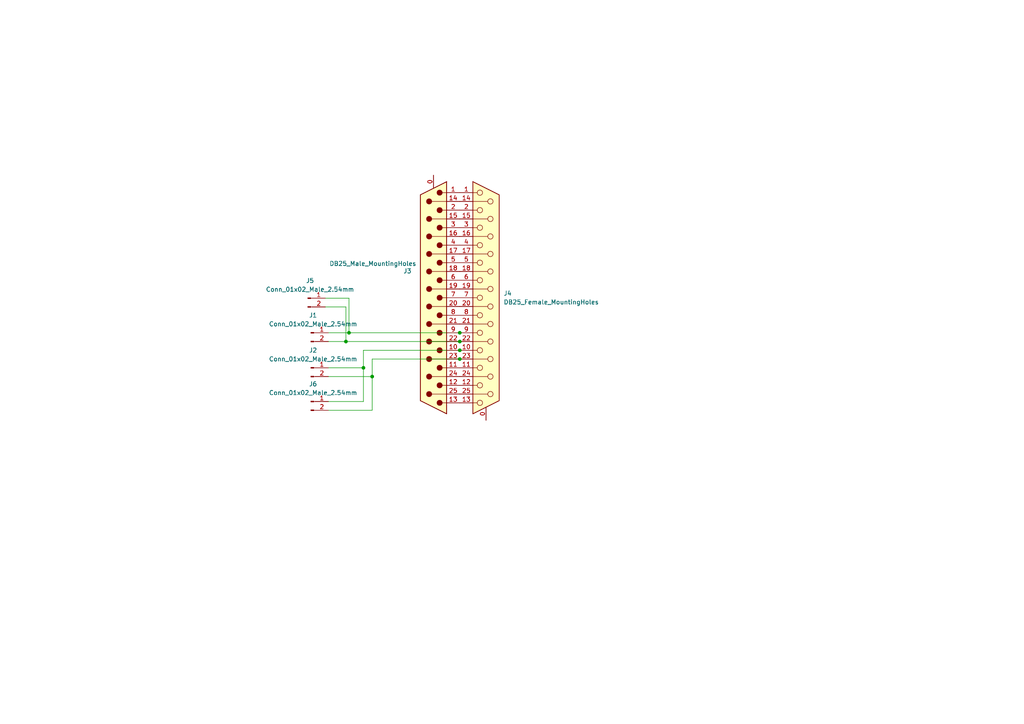
<source format=kicad_sch>
(kicad_sch (version 20211123) (generator eeschema)
  (paper "A4")
  (lib_symbols
    (symbol "0JLC-6:Conn_01x02_Male_2.54mm" (pin_names (offset 1.016) hide)
      (property "Reference" "J" (at 0 2.54 0))
      (property "Value" "Conn_01x02_Male_2.54mm" (at 0 -5.08 0))
      (symbol "Conn_01x02_Male_2.54mm_1_1"
        (polyline (pts (xy 1.27 -2.54) (xy 0.8636 -2.54)) (stroke (width 0.1524)))
        (polyline (pts (xy 1.27 0) (xy 0.8636 0)) (stroke (width 0.1524)))
        (rectangle (start 0.8636 -2.413) (end 0 -2.667) (stroke (width 0.1524)) (fill (type outline)))
        (rectangle (start 0.8636 0.127) (end 0 -0.127) (stroke (width 0.1524)) (fill (type outline)))
        (pin passive line (at 5.08 0 180) (length 3.81) (name "Pin_1") (number "1"))
        (pin passive line (at 5.08 -2.54 180) (length 3.81) (name "Pin_2") (number "2"))
      )
    )
    (symbol "Connector:DB25_Female_MountingHoles" (pin_names (offset 1.016) hide)
      (property "Reference" "J" (at 0 36.83 0))
      (property "Value" "DB25_Female_MountingHoles" (at 0 34.925 0))
      (symbol "DB25_Female_MountingHoles_0_1"
        (circle (center -1.778 -30.48) (radius 0.762))
        (circle (center -1.778 -25.4) (radius 0.762))
        (circle (center -1.778 -20.32) (radius 0.762))
        (circle (center -1.778 -15.24) (radius 0.762))
        (circle (center -1.778 -10.16) (radius 0.762))
        (circle (center -1.778 -5.08) (radius 0.762))
        (circle (center -1.778 0) (radius 0.762))
        (circle (center -1.778 5.08) (radius 0.762))
        (circle (center -1.778 10.16) (radius 0.762))
        (circle (center -1.778 15.24) (radius 0.762))
        (circle (center -1.778 20.32) (radius 0.762))
        (circle (center -1.778 25.4) (radius 0.762))
        (circle (center -1.778 30.48) (radius 0.762))
        (polyline (pts (xy -3.81 -30.48) (xy -2.54 -30.48)))
        (polyline (pts (xy -3.81 -27.94) (xy 0.508 -27.94)))
        (polyline (pts (xy -3.81 -25.4) (xy -2.54 -25.4)))
        (polyline (pts (xy -3.81 -22.86) (xy 0.508 -22.86)))
        (polyline (pts (xy -3.81 -20.32) (xy -2.54 -20.32)))
        (polyline (pts (xy -3.81 -17.78) (xy 0.508 -17.78)))
        (polyline (pts (xy -3.81 -15.24) (xy -2.54 -15.24)))
        (polyline (pts (xy -3.81 -12.7) (xy 0.508 -12.7)))
        (polyline (pts (xy -3.81 -10.16) (xy -2.54 -10.16)))
        (polyline (pts (xy -3.81 -7.62) (xy 0.508 -7.62)))
        (polyline (pts (xy -3.81 -5.08) (xy -2.54 -5.08)))
        (polyline (pts (xy -3.81 -2.54) (xy 0.508 -2.54)))
        (polyline (pts (xy -3.81 0) (xy -2.54 0)))
        (polyline (pts (xy -3.81 2.54) (xy 0.508 2.54)))
        (polyline (pts (xy -3.81 5.08) (xy -2.54 5.08)))
        (polyline (pts (xy -3.81 7.62) (xy 0.508 7.62)))
        (polyline (pts (xy -3.81 10.16) (xy -2.54 10.16)))
        (polyline (pts (xy -3.81 12.7) (xy 0.508 12.7)))
        (polyline (pts (xy -3.81 15.24) (xy -2.54 15.24)))
        (polyline (pts (xy -3.81 17.78) (xy 0.508 17.78)))
        (polyline (pts (xy -3.81 20.32) (xy -2.54 20.32)))
        (polyline (pts (xy -3.81 22.86) (xy 0.508 22.86)))
        (polyline (pts (xy -3.81 25.4) (xy -2.54 25.4)))
        (polyline (pts (xy -3.81 27.94) (xy 0.508 27.94)))
        (polyline (pts (xy -3.81 30.48) (xy -2.54 30.48)))
        (polyline (pts (xy -3.81 33.655) (xy 3.81 29.845) (xy 3.81 -29.845) (xy -3.81 -33.655) (xy -3.81 33.655)) (stroke (width 0.254)) (fill (type background)))
        (circle (center 1.27 -27.94) (radius 0.762))
        (circle (center 1.27 -22.86) (radius 0.762))
        (circle (center 1.27 -17.78) (radius 0.762))
        (circle (center 1.27 -12.7) (radius 0.762))
        (circle (center 1.27 -7.62) (radius 0.762))
        (circle (center 1.27 -2.54) (radius 0.762))
        (circle (center 1.27 2.54) (radius 0.762))
        (circle (center 1.27 7.62) (radius 0.762))
        (circle (center 1.27 12.7) (radius 0.762))
        (circle (center 1.27 17.78) (radius 0.762))
        (circle (center 1.27 22.86) (radius 0.762))
        (circle (center 1.27 27.94) (radius 0.762))
      )
      (symbol "DB25_Female_MountingHoles_1_1"
        (pin passive line (at 0 -35.56 90) (length 3.81) (name "PAD") (number "0"))
        (pin passive line (at -7.62 30.48 0) (length 3.81) (name "1") (number "1"))
        (pin passive line (at -7.62 -15.24 0) (length 3.81) (name "10") (number "10"))
        (pin passive line (at -7.62 -20.32 0) (length 3.81) (name "11") (number "11"))
        (pin passive line (at -7.62 -25.4 0) (length 3.81) (name "12") (number "12"))
        (pin passive line (at -7.62 -30.48 0) (length 3.81) (name "13") (number "13"))
        (pin passive line (at -7.62 27.94 0) (length 3.81) (name "P14") (number "14"))
        (pin passive line (at -7.62 22.86 0) (length 3.81) (name "P15") (number "15"))
        (pin passive line (at -7.62 17.78 0) (length 3.81) (name "P16") (number "16"))
        (pin passive line (at -7.62 12.7 0) (length 3.81) (name "P17") (number "17"))
        (pin passive line (at -7.62 7.62 0) (length 3.81) (name "P18") (number "18"))
        (pin passive line (at -7.62 2.54 0) (length 3.81) (name "P19") (number "19"))
        (pin passive line (at -7.62 25.4 0) (length 3.81) (name "2") (number "2"))
        (pin passive line (at -7.62 -2.54 0) (length 3.81) (name "P20") (number "20"))
        (pin passive line (at -7.62 -7.62 0) (length 3.81) (name "P21") (number "21"))
        (pin passive line (at -7.62 -12.7 0) (length 3.81) (name "P22") (number "22"))
        (pin passive line (at -7.62 -17.78 0) (length 3.81) (name "P23") (number "23"))
        (pin passive line (at -7.62 -22.86 0) (length 3.81) (name "P24") (number "24"))
        (pin passive line (at -7.62 -27.94 0) (length 3.81) (name "P25") (number "25"))
        (pin passive line (at -7.62 20.32 0) (length 3.81) (name "3") (number "3"))
        (pin passive line (at -7.62 15.24 0) (length 3.81) (name "4") (number "4"))
        (pin passive line (at -7.62 10.16 0) (length 3.81) (name "5") (number "5"))
        (pin passive line (at -7.62 5.08 0) (length 3.81) (name "6") (number "6"))
        (pin passive line (at -7.62 0 0) (length 3.81) (name "7") (number "7"))
        (pin passive line (at -7.62 -5.08 0) (length 3.81) (name "8") (number "8"))
        (pin passive line (at -7.62 -10.16 0) (length 3.81) (name "9") (number "9"))
      )
    )
    (symbol "Connector:DB25_Male_MountingHoles" (pin_names (offset 1.016) hide)
      (property "Reference" "J" (at 0 36.83 0))
      (property "Value" "DB25_Male_MountingHoles" (at 0 34.925 0))
      (symbol "DB25_Male_MountingHoles_0_1"
        (circle (center -1.778 -30.48) (radius 0.762) (fill (type outline)))
        (circle (center -1.778 -25.4) (radius 0.762) (fill (type outline)))
        (circle (center -1.778 -20.32) (radius 0.762) (fill (type outline)))
        (circle (center -1.778 -15.24) (radius 0.762) (fill (type outline)))
        (circle (center -1.778 -10.16) (radius 0.762) (fill (type outline)))
        (circle (center -1.778 -5.08) (radius 0.762) (fill (type outline)))
        (circle (center -1.778 0) (radius 0.762) (fill (type outline)))
        (circle (center -1.778 5.08) (radius 0.762) (fill (type outline)))
        (circle (center -1.778 10.16) (radius 0.762) (fill (type outline)))
        (circle (center -1.778 15.24) (radius 0.762) (fill (type outline)))
        (circle (center -1.778 20.32) (radius 0.762) (fill (type outline)))
        (circle (center -1.778 25.4) (radius 0.762) (fill (type outline)))
        (circle (center -1.778 30.48) (radius 0.762) (fill (type outline)))
        (polyline (pts (xy -3.81 -30.48) (xy -2.54 -30.48)))
        (polyline (pts (xy -3.81 -27.94) (xy 0.508 -27.94)))
        (polyline (pts (xy -3.81 -25.4) (xy -2.54 -25.4)))
        (polyline (pts (xy -3.81 -22.86) (xy 0.508 -22.86)))
        (polyline (pts (xy -3.81 -20.32) (xy -2.54 -20.32)))
        (polyline (pts (xy -3.81 -17.78) (xy 0.508 -17.78)))
        (polyline (pts (xy -3.81 -15.24) (xy -2.54 -15.24)))
        (polyline (pts (xy -3.81 -12.7) (xy 0.508 -12.7)))
        (polyline (pts (xy -3.81 -10.16) (xy -2.54 -10.16)))
        (polyline (pts (xy -3.81 -7.62) (xy 0.508 -7.62)))
        (polyline (pts (xy -3.81 -5.08) (xy -2.54 -5.08)))
        (polyline (pts (xy -3.81 -2.54) (xy 0.508 -2.54)))
        (polyline (pts (xy -3.81 0) (xy -2.54 0)))
        (polyline (pts (xy -3.81 2.54) (xy 0.508 2.54)))
        (polyline (pts (xy -3.81 5.08) (xy -2.54 5.08)))
        (polyline (pts (xy -3.81 7.62) (xy 0.508 7.62)))
        (polyline (pts (xy -3.81 10.16) (xy -2.54 10.16)))
        (polyline (pts (xy -3.81 12.7) (xy 0.508 12.7)))
        (polyline (pts (xy -3.81 15.24) (xy -2.54 15.24)))
        (polyline (pts (xy -3.81 17.78) (xy 0.508 17.78)))
        (polyline (pts (xy -3.81 20.32) (xy -2.54 20.32)))
        (polyline (pts (xy -3.81 22.86) (xy 0.508 22.86)))
        (polyline (pts (xy -3.81 25.4) (xy -2.54 25.4)))
        (polyline (pts (xy -3.81 27.94) (xy 0.508 27.94)))
        (polyline (pts (xy -3.81 30.48) (xy -2.54 30.48)))
        (polyline (pts (xy -3.81 -33.655) (xy 3.81 -29.845) (xy 3.81 29.845) (xy -3.81 33.655) (xy -3.81 -33.655)) (stroke (width 0.254)) (fill (type background)))
        (circle (center 1.27 -27.94) (radius 0.762) (fill (type outline)))
        (circle (center 1.27 -22.86) (radius 0.762) (fill (type outline)))
        (circle (center 1.27 -17.78) (radius 0.762) (fill (type outline)))
        (circle (center 1.27 -12.7) (radius 0.762) (fill (type outline)))
        (circle (center 1.27 -7.62) (radius 0.762) (fill (type outline)))
        (circle (center 1.27 -2.54) (radius 0.762) (fill (type outline)))
        (circle (center 1.27 2.54) (radius 0.762) (fill (type outline)))
        (circle (center 1.27 7.62) (radius 0.762) (fill (type outline)))
        (circle (center 1.27 12.7) (radius 0.762) (fill (type outline)))
        (circle (center 1.27 17.78) (radius 0.762) (fill (type outline)))
        (circle (center 1.27 22.86) (radius 0.762) (fill (type outline)))
        (circle (center 1.27 27.94) (radius 0.762) (fill (type outline)))
      )
      (symbol "DB25_Male_MountingHoles_1_1"
        (pin passive line (at 0 -35.56 90) (length 3.81) (name "PAD") (number "0"))
        (pin passive line (at -7.62 -30.48 0) (length 3.81) (name "1") (number "1"))
        (pin passive line (at -7.62 15.24 0) (length 3.81) (name "10") (number "10"))
        (pin passive line (at -7.62 20.32 0) (length 3.81) (name "11") (number "11"))
        (pin passive line (at -7.62 25.4 0) (length 3.81) (name "12") (number "12"))
        (pin passive line (at -7.62 30.48 0) (length 3.81) (name "13") (number "13"))
        (pin passive line (at -7.62 -27.94 0) (length 3.81) (name "P14") (number "14"))
        (pin passive line (at -7.62 -22.86 0) (length 3.81) (name "P15") (number "15"))
        (pin passive line (at -7.62 -17.78 0) (length 3.81) (name "P16") (number "16"))
        (pin passive line (at -7.62 -12.7 0) (length 3.81) (name "P17") (number "17"))
        (pin passive line (at -7.62 -7.62 0) (length 3.81) (name "P18") (number "18"))
        (pin passive line (at -7.62 -2.54 0) (length 3.81) (name "P19") (number "19"))
        (pin passive line (at -7.62 -25.4 0) (length 3.81) (name "2") (number "2"))
        (pin passive line (at -7.62 2.54 0) (length 3.81) (name "P20") (number "20"))
        (pin passive line (at -7.62 7.62 0) (length 3.81) (name "P21") (number "21"))
        (pin passive line (at -7.62 12.7 0) (length 3.81) (name "P22") (number "22"))
        (pin passive line (at -7.62 17.78 0) (length 3.81) (name "P23") (number "23"))
        (pin passive line (at -7.62 22.86 0) (length 3.81) (name "P24") (number "24"))
        (pin passive line (at -7.62 27.94 0) (length 3.81) (name "P25") (number "25"))
        (pin passive line (at -7.62 -20.32 0) (length 3.81) (name "3") (number "3"))
        (pin passive line (at -7.62 -15.24 0) (length 3.81) (name "4") (number "4"))
        (pin passive line (at -7.62 -10.16 0) (length 3.81) (name "5") (number "5"))
        (pin passive line (at -7.62 -5.08 0) (length 3.81) (name "6") (number "6"))
        (pin passive line (at -7.62 0 0) (length 3.81) (name "7") (number "7"))
        (pin passive line (at -7.62 5.08 0) (length 3.81) (name "8") (number "8"))
        (pin passive line (at -7.62 10.16 0) (length 3.81) (name "9") (number "9"))
      )
    )
  )
  (junction (at 133.35 99.06))
  (junction (at 133.35 104.14))
  (junction (at 107.95 109.22))
  (junction (at 100.33 99.06))
  (junction (at 133.35 101.6))
  (junction (at 133.35 96.52))
  (junction (at 101.219 96.52))
  (junction (at 105.41 106.68))
  (wire (pts (xy 105.41 116.459) (xy 105.41 106.68)))
  (wire (pts (xy 95.25 96.52) (xy 101.219 96.52)))
  (wire (pts (xy 107.95 109.22) (xy 107.95 118.999)))
  (wire (pts (xy 105.41 106.68) (xy 105.41 101.6)))
  (wire (pts (xy 95.25 99.06) (xy 100.33 99.06)))
  (wire (pts (xy 100.33 89.027) (xy 100.33 99.06)))
  (wire (pts (xy 95.25 116.459) (xy 105.41 116.459)))
  (wire (pts (xy 94.361 86.487) (xy 101.219 86.487)))
  (wire (pts (xy 107.95 104.14) (xy 107.95 109.22)))
  (wire (pts (xy 94.361 89.027) (xy 100.33 89.027)))
  (wire (pts (xy 100.33 99.06) (xy 133.35 99.06)))
  (wire (pts (xy 107.95 109.22) (xy 95.25 109.22)))
  (wire (pts (xy 105.41 101.6) (xy 133.35 101.6)))
  (wire (pts (xy 107.95 118.999) (xy 95.25 118.999)))
  (wire (pts (xy 101.219 96.52) (xy 133.35 96.52)))
  (wire (pts (xy 133.35 104.14) (xy 107.95 104.14)))
  (wire (pts (xy 101.219 86.487) (xy 101.219 96.52)))
  (wire (pts (xy 95.25 106.68) (xy 105.41 106.68)))
  (symbol (lib_id "0JLC-6:Conn_01x02_Male_2.54mm") (at 90.17 96.52 0) (unit 1)
    (property "Reference" "J1" (at 90.805 91.44 0))
    (property "Value" "Conn_01x02_Male_2.54mm" (at 90.805 93.98 0))
    (property "Footprint" "Connector_PinHeader_2.54mm:PinHeader_1x02_P2.54mm_Horizontal" (effects hide))
    (property "LCSC" "C492401" (effects hide))
    (property "MPN" "PZ254V-11-02P" (effects hide))
  )
  (symbol (lib_id "0JLC-6:Conn_01x02_Male_2.54mm") (at 90.17 106.68 0) (unit 1)
    (property "Reference" "J2" (at 90.805 101.6 0))
    (property "Value" "Conn_01x02_Male_2.54mm" (at 90.805 104.14 0))
    (property "Footprint" "Connector_PinHeader_2.54mm:PinHeader_1x02_P2.54mm_Horizontal" (effects hide))
    (property "LCSC" "C492401" (effects hide))
    (property "MPN" "PZ254V-11-02P" (effects hide))
  )
  (symbol (lib_id "Connector:DB25_Female_MountingHoles") (at 140.97 86.36 0) (unit 1)
    (property "Reference" "J4" (at 146.05 85.0899 0) (effects (justify left)))
    (property "Value" "DB25_Female_MountingHoles" (at 146.05 87.6299 0) (effects (justify left)))
    (property "Footprint" "0Project_Library:581M25213L461_Norcomp_Female" (effects hide))
    (property "Datasheet" " ~" (effects hide))
  )
  (symbol (lib_id "0JLC-6:Conn_01x02_Male_2.54mm") (at 89.281 86.487 0) (unit 1)
    (property "Reference" "J5" (at 89.916 81.407 0))
    (property "Value" "Conn_01x02_Male_2.54mm" (at 89.916 83.947 0))
    (property "Footprint" "Connector_PinHeader_2.54mm:PinHeader_1x02_P2.54mm_Horizontal" (effects hide))
    (property "LCSC" "C492401" (effects hide))
    (property "MPN" "PZ254V-11-02P" (effects hide))
  )
  (symbol (lib_id "0JLC-6:Conn_01x02_Male_2.54mm") (at 90.17 116.459 0) (unit 1)
    (property "Reference" "J6" (at 90.805 111.379 0))
    (property "Value" "Conn_01x02_Male_2.54mm" (at 90.805 113.919 0))
    (property "Footprint" "Connector_PinHeader_2.54mm:PinHeader_1x02_P2.54mm_Horizontal" (effects hide))
    (property "LCSC" "C492401" (effects hide))
    (property "MPN" "PZ254V-11-02P" (effects hide))
  )
  (symbol (lib_id "Connector:DB25_Male_MountingHoles") (at 125.73 86.36 180) (unit 1)
    (property "Reference" "J3" (at 119.38 78.6129 0) (effects (justify left)))
    (property "Value" "DB25_Male_MountingHoles" (at 120.777 76.4539 0) (effects (justify left)))
    (property "Footprint" "0Project_Library:581M25113L461_Norcomp" (effects hide))
    (property "Datasheet" " ~" (effects hide))
  )
)
</source>
